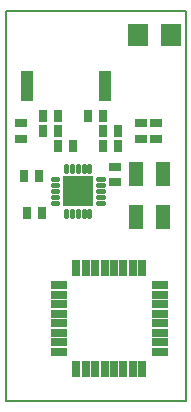
<source format=gts>
G75*
%MOIN*%
%OFA0B0*%
%FSLAX25Y25*%
%IPPOS*%
%LPD*%
%AMOC8*
5,1,8,0,0,1.08239X$1,22.5*
%
%ADD10C,0.00800*%
%ADD11R,0.04731X0.07880*%
%ADD12R,0.03156X0.03943*%
%ADD13R,0.03943X0.03156*%
%ADD14R,0.10300X0.10300*%
%ADD15C,0.01555*%
%ADD16R,0.04400X0.10400*%
%ADD17R,0.02600X0.05400*%
%ADD18R,0.05400X0.02600*%
%ADD19R,0.06699X0.07487*%
D10*
X0013000Y0001400D02*
X0013000Y0131400D01*
X0073000Y0131400D01*
X0073000Y0001400D01*
X0013000Y0001400D01*
D11*
X0056472Y0062617D03*
X0065528Y0062617D03*
X0065528Y0077183D03*
X0056472Y0077183D03*
D12*
X0050559Y0086400D03*
X0050559Y0091400D03*
X0045441Y0091400D03*
X0045559Y0096400D03*
X0040441Y0096400D03*
X0035559Y0086400D03*
X0030441Y0086400D03*
X0030559Y0091400D03*
X0030559Y0096400D03*
X0025441Y0096400D03*
X0025441Y0091400D03*
X0024059Y0076400D03*
X0018941Y0076400D03*
X0019941Y0063900D03*
X0025059Y0063900D03*
X0045441Y0086400D03*
D13*
X0049500Y0079459D03*
X0049500Y0074341D03*
X0058000Y0088841D03*
X0058000Y0093959D03*
X0063000Y0093959D03*
X0063000Y0088841D03*
X0018000Y0088841D03*
X0018000Y0093959D03*
D14*
X0036997Y0071402D03*
D15*
X0036997Y0078210D02*
X0036997Y0079756D01*
X0036997Y0078210D02*
X0036997Y0078210D01*
X0036997Y0079756D01*
X0036997Y0079756D01*
X0038939Y0079756D02*
X0038939Y0078210D01*
X0038939Y0079756D02*
X0038939Y0079756D01*
X0038939Y0078210D01*
X0038939Y0078210D01*
X0040880Y0078210D02*
X0040880Y0079756D01*
X0040880Y0079756D01*
X0040880Y0078210D01*
X0040880Y0078210D01*
X0043805Y0075285D02*
X0045351Y0075285D01*
X0045351Y0075285D01*
X0043805Y0075285D01*
X0043805Y0075285D01*
X0043805Y0073344D02*
X0045351Y0073344D01*
X0045351Y0073344D01*
X0043805Y0073344D01*
X0043805Y0073344D01*
X0043805Y0071402D02*
X0045351Y0071402D01*
X0043805Y0071402D02*
X0043805Y0071402D01*
X0045351Y0071402D01*
X0045351Y0071402D01*
X0045351Y0069461D02*
X0043805Y0069461D01*
X0043805Y0069461D01*
X0045351Y0069461D01*
X0045351Y0069461D01*
X0045351Y0067519D02*
X0043805Y0067519D01*
X0043805Y0067519D01*
X0045351Y0067519D01*
X0045351Y0067519D01*
X0040880Y0064595D02*
X0040880Y0063049D01*
X0040880Y0064595D02*
X0040880Y0064595D01*
X0040880Y0063049D01*
X0040880Y0063049D01*
X0038939Y0063049D02*
X0038939Y0064595D01*
X0038939Y0063049D02*
X0038939Y0063049D01*
X0038939Y0064595D01*
X0038939Y0064595D01*
X0036997Y0064595D02*
X0036997Y0063049D01*
X0036997Y0063049D01*
X0036997Y0064595D01*
X0036997Y0064595D01*
X0035056Y0064595D02*
X0035056Y0063049D01*
X0035056Y0063049D01*
X0035056Y0064595D01*
X0035056Y0064595D01*
X0033114Y0064595D02*
X0033114Y0063049D01*
X0033114Y0063049D01*
X0033114Y0064595D01*
X0033114Y0064595D01*
X0030190Y0067519D02*
X0028644Y0067519D01*
X0030190Y0067519D02*
X0030190Y0067519D01*
X0028644Y0067519D01*
X0028644Y0067519D01*
X0028644Y0069461D02*
X0030190Y0069461D01*
X0030190Y0069461D01*
X0028644Y0069461D01*
X0028644Y0069461D01*
X0028644Y0071402D02*
X0030190Y0071402D01*
X0030190Y0071402D01*
X0028644Y0071402D01*
X0028644Y0071402D01*
X0028644Y0073344D02*
X0030190Y0073344D01*
X0028644Y0073344D02*
X0028644Y0073344D01*
X0030190Y0073344D01*
X0030190Y0073344D01*
X0030190Y0075285D02*
X0028644Y0075285D01*
X0030190Y0075285D02*
X0030190Y0075285D01*
X0028644Y0075285D01*
X0028644Y0075285D01*
X0033114Y0078210D02*
X0033114Y0079756D01*
X0033114Y0078210D02*
X0033114Y0078210D01*
X0033114Y0079756D01*
X0033114Y0079756D01*
X0035056Y0079756D02*
X0035056Y0078210D01*
X0035056Y0078210D01*
X0035056Y0079756D01*
X0035056Y0079756D01*
D16*
X0046000Y0106400D03*
X0020000Y0106400D03*
D17*
X0036476Y0045800D03*
X0039626Y0045800D03*
X0042776Y0045800D03*
X0045925Y0045800D03*
X0049075Y0045800D03*
X0052224Y0045800D03*
X0055374Y0045800D03*
X0058524Y0045800D03*
X0058524Y0012000D03*
X0055374Y0012000D03*
X0052224Y0012000D03*
X0049075Y0012000D03*
X0045925Y0012000D03*
X0042776Y0012000D03*
X0039626Y0012000D03*
X0036476Y0012000D03*
D18*
X0030600Y0017876D03*
X0030600Y0021026D03*
X0030600Y0024176D03*
X0030600Y0027325D03*
X0030600Y0030475D03*
X0030600Y0033624D03*
X0030600Y0036774D03*
X0030600Y0039924D03*
X0064400Y0039924D03*
X0064400Y0036774D03*
X0064400Y0033624D03*
X0064400Y0030475D03*
X0064400Y0027325D03*
X0064400Y0024176D03*
X0064400Y0021026D03*
X0064400Y0017876D03*
D19*
X0068012Y0123400D03*
X0056988Y0123400D03*
M02*

</source>
